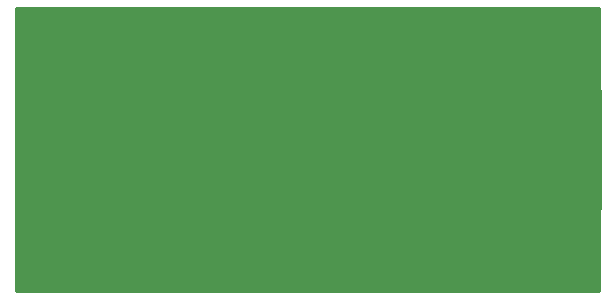
<source format=gbl>
G04 #@! TF.FileFunction,Copper,L2,Bot,Signal*
%FSLAX46Y46*%
G04 Gerber Fmt 4.6, Leading zero omitted, Abs format (unit mm)*
G04 Created by KiCad (PCBNEW 4.0.6) date 10/14/17 13:15:25*
%MOMM*%
%LPD*%
G01*
G04 APERTURE LIST*
%ADD10C,0.100000*%
%ADD11R,7.620000X10.160000*%
%ADD12C,0.254000*%
G04 APERTURE END LIST*
D10*
D11*
X148082000Y-88900000D03*
X106172000Y-88900000D03*
D12*
G36*
X151690000Y-100890000D02*
X102310000Y-100890000D01*
X102310000Y-76910000D01*
X151690000Y-76910000D01*
X151690000Y-100890000D01*
X151690000Y-100890000D01*
G37*
X151690000Y-100890000D02*
X102310000Y-100890000D01*
X102310000Y-76910000D01*
X151690000Y-76910000D01*
X151690000Y-100890000D01*
M02*

</source>
